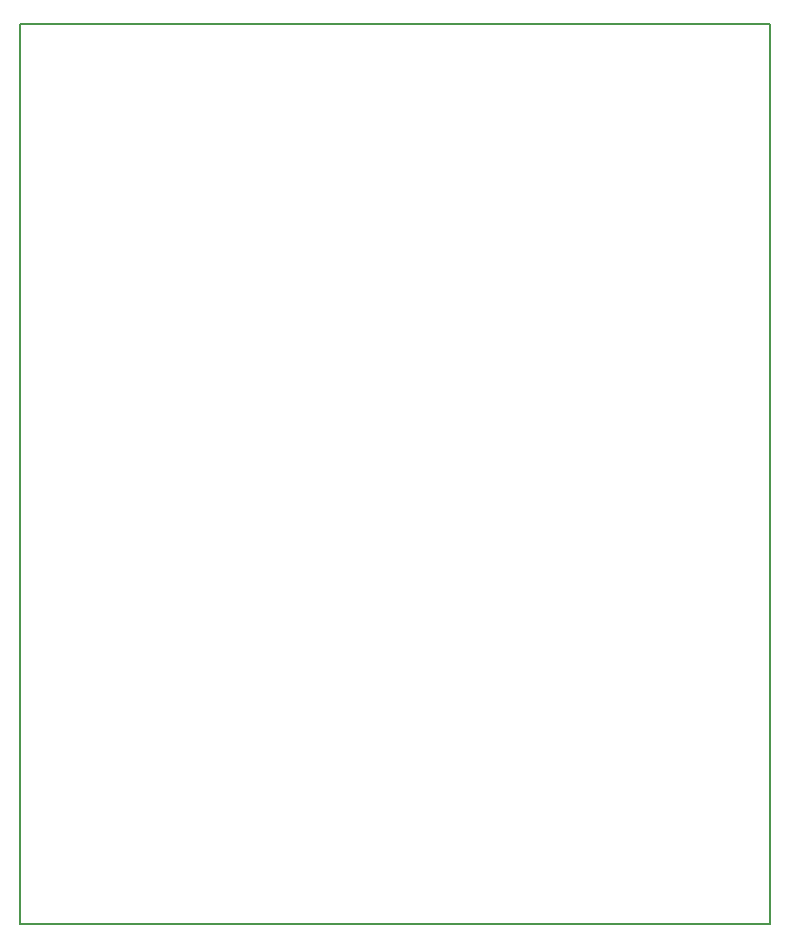
<source format=gbr>
G04 #@! TF.GenerationSoftware,KiCad,Pcbnew,5.1.2*
G04 #@! TF.CreationDate,2019-07-22T21:22:39-05:00*
G04 #@! TF.ProjectId,Raptor2000,52617074-6f72-4323-9030-302e6b696361,A*
G04 #@! TF.SameCoordinates,Original*
G04 #@! TF.FileFunction,Profile,NP*
%FSLAX46Y46*%
G04 Gerber Fmt 4.6, Leading zero omitted, Abs format (unit mm)*
G04 Created by KiCad (PCBNEW 5.1.2) date 2019-07-22 21:22:39*
%MOMM*%
%LPD*%
G04 APERTURE LIST*
%ADD10C,0.150000*%
G04 APERTURE END LIST*
D10*
X177419000Y-57975500D02*
X113919000Y-57975500D01*
X177419000Y-134175500D02*
X177419000Y-57975500D01*
X113919000Y-134175500D02*
X177419000Y-134175500D01*
X113919000Y-57975500D02*
X113919000Y-134175500D01*
M02*

</source>
